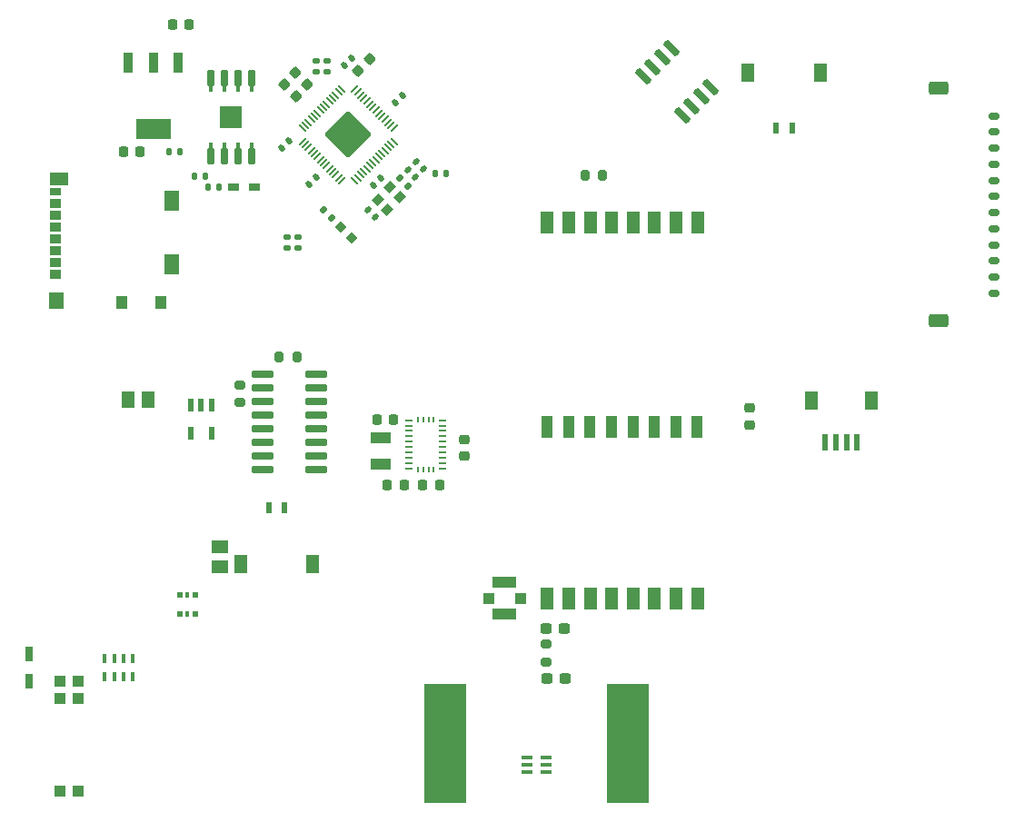
<source format=gbr>
%TF.GenerationSoftware,KiCad,Pcbnew,(6.0.7)*%
%TF.CreationDate,2023-03-27T22:24:21-07:00*%
%TF.ProjectId,FC_Board_v1,46435f42-6f61-4726-945f-76312e6b6963,rev?*%
%TF.SameCoordinates,Original*%
%TF.FileFunction,Paste,Top*%
%TF.FilePolarity,Positive*%
%FSLAX46Y46*%
G04 Gerber Fmt 4.6, Leading zero omitted, Abs format (unit mm)*
G04 Created by KiCad (PCBNEW (6.0.7)) date 2023-03-27 22:24:21*
%MOMM*%
%LPD*%
G01*
G04 APERTURE LIST*
G04 Aperture macros list*
%AMRoundRect*
0 Rectangle with rounded corners*
0 $1 Rounding radius*
0 $2 $3 $4 $5 $6 $7 $8 $9 X,Y pos of 4 corners*
0 Add a 4 corners polygon primitive as box body*
4,1,4,$2,$3,$4,$5,$6,$7,$8,$9,$2,$3,0*
0 Add four circle primitives for the rounded corners*
1,1,$1+$1,$2,$3*
1,1,$1+$1,$4,$5*
1,1,$1+$1,$6,$7*
1,1,$1+$1,$8,$9*
0 Add four rect primitives between the rounded corners*
20,1,$1+$1,$2,$3,$4,$5,0*
20,1,$1+$1,$4,$5,$6,$7,0*
20,1,$1+$1,$6,$7,$8,$9,0*
20,1,$1+$1,$8,$9,$2,$3,0*%
%AMRotRect*
0 Rectangle, with rotation*
0 The origin of the aperture is its center*
0 $1 length*
0 $2 width*
0 $3 Rotation angle, in degrees counterclockwise*
0 Add horizontal line*
21,1,$1,$2,0,0,$3*%
G04 Aperture macros list end*
%ADD10RoundRect,0.135000X0.226274X0.035355X0.035355X0.226274X-0.226274X-0.035355X-0.035355X-0.226274X0*%
%ADD11R,0.500000X0.500000*%
%ADD12R,0.400000X0.500000*%
%ADD13R,1.900000X1.100000*%
%ADD14RoundRect,0.135000X-0.185000X0.135000X-0.185000X-0.135000X0.185000X-0.135000X0.185000X0.135000X0*%
%ADD15R,1.100000X0.850000*%
%ADD16R,1.100000X0.750000*%
%ADD17R,1.800000X1.170000*%
%ADD18R,1.350000X1.900000*%
%ADD19R,1.000000X1.200000*%
%ADD20R,1.350000X1.550000*%
%ADD21RoundRect,0.135000X0.185000X-0.135000X0.185000X0.135000X-0.185000X0.135000X-0.185000X-0.135000X0*%
%ADD22RotRect,0.800000X0.800000X225.000000*%
%ADD23RoundRect,0.200000X0.200000X0.275000X-0.200000X0.275000X-0.200000X-0.275000X0.200000X-0.275000X0*%
%ADD24RoundRect,0.140000X0.021213X-0.219203X0.219203X-0.021213X-0.021213X0.219203X-0.219203X0.021213X0*%
%ADD25R,1.200000X1.800000*%
%ADD26R,0.600000X1.550000*%
%ADD27RoundRect,0.135000X-0.226274X-0.035355X-0.035355X-0.226274X0.226274X0.035355X0.035355X0.226274X0*%
%ADD28RoundRect,0.225000X0.225000X0.250000X-0.225000X0.250000X-0.225000X-0.250000X0.225000X-0.250000X0*%
%ADD29RoundRect,0.150000X0.150000X-0.650000X0.150000X0.650000X-0.150000X0.650000X-0.150000X-0.650000X0*%
%ADD30RoundRect,0.225000X-0.250000X0.225000X-0.250000X-0.225000X0.250000X-0.225000X0.250000X0.225000X0*%
%ADD31R,0.675000X0.250000*%
%ADD32R,0.250000X0.575000*%
%ADD33R,1.300000X1.500000*%
%ADD34RoundRect,0.135000X-0.135000X-0.185000X0.135000X-0.185000X0.135000X0.185000X-0.135000X0.185000X0*%
%ADD35RoundRect,0.225000X0.017678X-0.335876X0.335876X-0.017678X-0.017678X0.335876X-0.335876X0.017678X0*%
%ADD36R,0.550000X1.200000*%
%ADD37RoundRect,0.225000X0.335876X0.017678X0.017678X0.335876X-0.335876X-0.017678X-0.017678X-0.335876X0*%
%ADD38R,4.000000X11.000000*%
%ADD39R,4.000000X1.000000*%
%ADD40RoundRect,0.200000X0.275000X-0.200000X0.275000X0.200000X-0.275000X0.200000X-0.275000X-0.200000X0*%
%ADD41RoundRect,0.200000X-0.275000X0.200000X-0.275000X-0.200000X0.275000X-0.200000X0.275000X0.200000X0*%
%ADD42R,1.300000X2.000000*%
%ADD43R,1.100000X1.000000*%
%ADD44R,1.000000X1.000000*%
%ADD45R,2.200000X1.050000*%
%ADD46R,0.600000X1.000000*%
%ADD47R,1.250000X1.800000*%
%ADD48RoundRect,0.237500X-0.300000X-0.237500X0.300000X-0.237500X0.300000X0.237500X-0.300000X0.237500X0*%
%ADD49R,1.000000X2.000000*%
%ADD50R,0.450000X1.050000*%
%ADD51R,2.100000X2.100000*%
%ADD52RoundRect,0.042000X-0.943000X-0.258000X0.943000X-0.258000X0.943000X0.258000X-0.943000X0.258000X0*%
%ADD53RoundRect,0.225000X-0.225000X-0.250000X0.225000X-0.250000X0.225000X0.250000X-0.225000X0.250000X0*%
%ADD54RoundRect,0.135000X0.135000X0.185000X-0.135000X0.185000X-0.135000X-0.185000X0.135000X-0.185000X0*%
%ADD55R,1.000000X0.800000*%
%ADD56RoundRect,0.140000X0.219203X0.021213X0.021213X0.219203X-0.219203X-0.021213X-0.021213X-0.219203X0*%
%ADD57RoundRect,0.140000X-0.021213X0.219203X-0.219203X0.021213X0.021213X-0.219203X0.219203X-0.021213X0*%
%ADD58R,1.500000X1.300000*%
%ADD59R,0.450000X0.900000*%
%ADD60RoundRect,0.150000X0.618718X-0.406586X-0.406586X0.618718X-0.618718X0.406586X0.406586X-0.618718X0*%
%ADD61R,0.800000X1.350000*%
%ADD62RoundRect,0.200000X-0.200000X-0.275000X0.200000X-0.275000X0.200000X0.275000X-0.200000X0.275000X0*%
%ADD63RoundRect,0.140000X-0.219203X-0.021213X-0.021213X-0.219203X0.219203X0.021213X0.021213X0.219203X0*%
%ADD64RotRect,0.900000X0.750000X45.000000*%
%ADD65RoundRect,0.150000X-0.350000X0.150000X-0.350000X-0.150000X0.350000X-0.150000X0.350000X0.150000X0*%
%ADD66RoundRect,0.250000X-0.650000X0.375000X-0.650000X-0.375000X0.650000X-0.375000X0.650000X0.375000X0*%
%ADD67R,1.000000X0.350000*%
%ADD68R,0.900000X1.850000*%
%ADD69R,3.200000X1.850000*%
%ADD70RotRect,0.875000X0.200000X225.000000*%
%ADD71RotRect,0.875000X0.200000X315.000000*%
%ADD72RotRect,0.875000X0.200000X45.000000*%
%ADD73RotRect,0.875000X0.200000X135.000000*%
%ADD74RoundRect,0.160000X0.000000X-2.036468X2.036468X0.000000X0.000000X2.036468X-2.036468X0.000000X0*%
G04 APERTURE END LIST*
D10*
%TO.C,R3*%
X154348878Y-83310398D03*
X153627630Y-82589150D03*
%TD*%
D11*
%TO.C,Q1*%
X133095800Y-123219400D03*
D12*
X133845800Y-123219400D03*
D11*
X134595800Y-123219400D03*
X134595800Y-121419400D03*
D12*
X133845800Y-121419400D03*
D11*
X133095800Y-121419400D03*
%TD*%
D13*
%TO.C,X2*%
X151845800Y-109219400D03*
X151845800Y-106819400D03*
%TD*%
D14*
%TO.C,R6*%
X146822010Y-71681428D03*
X146822010Y-72701428D03*
%TD*%
D15*
%TO.C,J44*%
X121529980Y-91524400D03*
X121529980Y-90424400D03*
X121529980Y-89324400D03*
X121529980Y-88224400D03*
X121529980Y-87124400D03*
X121529980Y-86024400D03*
X121529980Y-84924400D03*
D16*
X121529980Y-83874400D03*
D17*
X121879980Y-82664400D03*
D18*
X132354980Y-84689400D03*
X132354980Y-90659400D03*
D19*
X131379980Y-94159400D03*
X127679980Y-94159400D03*
D20*
X121654980Y-93984400D03*
%TD*%
D21*
%TO.C,R11*%
X144145800Y-89129400D03*
X144145800Y-88109400D03*
%TD*%
D22*
%TO.C,D2*%
X148110470Y-87150470D03*
X149171130Y-88211130D03*
%TD*%
D23*
%TO.C,R19*%
X144045800Y-99294400D03*
X142395800Y-99294400D03*
%TD*%
D24*
%TO.C,C7*%
X153233913Y-75585961D03*
X153912735Y-74907139D03*
%TD*%
D25*
%TO.C,J10*%
X191945800Y-103369400D03*
X197545800Y-103369400D03*
D26*
X193245800Y-107244400D03*
X194245800Y-107244400D03*
X196245800Y-107244400D03*
X195245800Y-107244400D03*
%TD*%
D27*
%TO.C,R9*%
X146527576Y-85592976D03*
X147248824Y-86314224D03*
%TD*%
D28*
%TO.C,C19*%
X129420800Y-80119400D03*
X127870800Y-80119400D03*
%TD*%
D24*
%TO.C,C1*%
X151134370Y-83289189D03*
X151813192Y-82610367D03*
%TD*%
D29*
%TO.C,U2*%
X135988628Y-80516413D03*
X137258628Y-80516413D03*
X138528628Y-80516413D03*
X139798628Y-80516413D03*
X139798628Y-73316413D03*
X138528628Y-73316413D03*
X137258628Y-73316413D03*
X135988628Y-73316413D03*
%TD*%
D30*
%TO.C,C21*%
X159645800Y-106969400D03*
X159645800Y-108519400D03*
%TD*%
D31*
%TO.C,U8*%
X154483300Y-109669400D03*
D32*
X155295800Y-109731900D03*
X155795800Y-109731900D03*
X156295800Y-109731900D03*
X156795800Y-109731900D03*
D31*
X157608300Y-109669400D03*
X157608300Y-109169400D03*
X157608300Y-108669400D03*
X157608300Y-108169400D03*
X157608300Y-107669400D03*
X157608300Y-107169400D03*
X157608300Y-106669400D03*
X157608300Y-106169400D03*
X157608300Y-105669400D03*
X157608300Y-105169400D03*
D32*
X156795800Y-105106900D03*
X156295800Y-105106900D03*
X155795800Y-105106900D03*
X155295800Y-105106900D03*
D31*
X154483300Y-105169400D03*
X154483300Y-105669400D03*
X154483300Y-106169400D03*
X154483300Y-106669400D03*
X154483300Y-107169400D03*
X154483300Y-107669400D03*
X154483300Y-108169400D03*
X154483300Y-108669400D03*
X154483300Y-109169400D03*
%TD*%
D33*
%TO.C,C15*%
X130195800Y-103219400D03*
X128295800Y-103219400D03*
%TD*%
D28*
%TO.C,C20*%
X157320800Y-111219400D03*
X155770800Y-111219400D03*
%TD*%
D34*
%TO.C,R7*%
X134527996Y-82411963D03*
X135547996Y-82411963D03*
%TD*%
D35*
%TO.C,C6*%
X149740378Y-72613713D03*
X150836394Y-71517697D03*
%TD*%
D30*
%TO.C,C12*%
X186220800Y-104044400D03*
X186220800Y-105594400D03*
%TD*%
D36*
%TO.C,U6*%
X136070800Y-103744300D03*
X135120800Y-103744300D03*
X134170800Y-103744300D03*
X134170800Y-106344500D03*
X136070800Y-106344500D03*
%TD*%
D37*
%TO.C,C8*%
X145017188Y-73906870D03*
X143921172Y-72810854D03*
%TD*%
D38*
%TO.C,AE1*%
X157830000Y-135214600D03*
D39*
X157830000Y-140294600D03*
D38*
X174910000Y-135214600D03*
D39*
X174910000Y-140294600D03*
%TD*%
D40*
%TO.C,R16*%
X138745800Y-103544400D03*
X138745800Y-101894400D03*
%TD*%
D41*
%TO.C,L1*%
X167259000Y-126048000D03*
X167259000Y-127698000D03*
%TD*%
D42*
%TO.C,U3*%
X167372599Y-121765399D03*
X169372599Y-121765399D03*
X171372599Y-121765399D03*
X173372599Y-121765399D03*
X175372599Y-121765399D03*
X177372599Y-121765399D03*
X179372599Y-121765399D03*
X181372599Y-121765399D03*
X181372599Y-86765399D03*
X179372599Y-86765399D03*
X177372599Y-86765399D03*
X175372599Y-86765399D03*
X173372599Y-86765399D03*
X171372599Y-86765399D03*
X169372599Y-86765399D03*
X167372599Y-86765399D03*
%TD*%
D43*
%TO.C,R13*%
X121995800Y-129519400D03*
X123695800Y-129519400D03*
%TD*%
D44*
%TO.C,U.Fl*%
X164898200Y-121767600D03*
D45*
X163398200Y-120292600D03*
X163398200Y-123242600D03*
D44*
X161898200Y-121767600D03*
%TD*%
D46*
%TO.C,J7*%
X190195800Y-77959400D03*
X188695800Y-77959400D03*
D47*
X192800800Y-72769400D03*
X186090800Y-72769400D03*
%TD*%
D48*
%TO.C,C13*%
X167260100Y-124587000D03*
X168985100Y-124587000D03*
%TD*%
D14*
%TO.C,R5*%
X145816222Y-71681428D03*
X145816222Y-72701428D03*
%TD*%
D43*
%TO.C,R15*%
X121995800Y-131119400D03*
X123695800Y-131119400D03*
%TD*%
D49*
%TO.C,U4*%
X181345600Y-105817400D03*
X179345600Y-105817400D03*
X177345600Y-105817400D03*
X175345600Y-105817400D03*
X173345600Y-105817400D03*
X171345600Y-105817400D03*
X169345600Y-105817400D03*
X167345600Y-105817400D03*
X167345600Y-121817400D03*
X169345600Y-121817400D03*
X171345600Y-121817400D03*
X173345600Y-121817400D03*
X175345600Y-121817400D03*
X177345600Y-121817400D03*
X179345600Y-121817400D03*
X181345600Y-121817400D03*
%TD*%
D50*
%TO.C,U20*%
X135988628Y-79766413D03*
X137258628Y-79766413D03*
X138528628Y-79766413D03*
X139798628Y-79766413D03*
X139798628Y-74066413D03*
X138528628Y-74066413D03*
X137258628Y-74066413D03*
X135988628Y-74066413D03*
D51*
X137893628Y-76916413D03*
%TD*%
D52*
%TO.C,U7*%
X140875800Y-100874400D03*
X140875800Y-102144400D03*
X140875800Y-103414400D03*
X140875800Y-104684400D03*
X140875800Y-105954400D03*
X140875800Y-107224400D03*
X140875800Y-108494400D03*
X140875800Y-109764400D03*
X145825800Y-109764400D03*
X145825800Y-108494400D03*
X145825800Y-107224400D03*
X145825800Y-105954400D03*
X145825800Y-104684400D03*
X145825800Y-103414400D03*
X145825800Y-102144400D03*
X145825800Y-100874400D03*
%TD*%
D53*
%TO.C,C16*%
X132470800Y-68319400D03*
X134020800Y-68319400D03*
%TD*%
%TO.C,C23*%
X151470800Y-105119400D03*
X153020800Y-105119400D03*
%TD*%
%TO.C,C22*%
X152470800Y-111219400D03*
X154020800Y-111219400D03*
%TD*%
D54*
%TO.C,R10*%
X133155800Y-80119400D03*
X132135800Y-80119400D03*
%TD*%
D55*
%TO.C,D1*%
X138101996Y-83427963D03*
X140101996Y-83427963D03*
%TD*%
D56*
%TO.C,C4*%
X155787411Y-81746411D03*
X155108589Y-81067589D03*
%TD*%
D21*
%TO.C,R12*%
X143145800Y-89129400D03*
X143145800Y-88109400D03*
%TD*%
D37*
%TO.C,C3*%
X143939559Y-74984500D03*
X142843543Y-73888484D03*
%TD*%
D57*
%TO.C,C10*%
X145830611Y-82515389D03*
X145151789Y-83194211D03*
%TD*%
D58*
%TO.C,C17*%
X136845800Y-118869400D03*
X136845800Y-116969400D03*
%TD*%
D59*
%TO.C,R14*%
X128745800Y-127369400D03*
X127845800Y-127369400D03*
X127045800Y-127369400D03*
X126145800Y-127369400D03*
X126145800Y-129069400D03*
X127045800Y-129069400D03*
X127845800Y-129069400D03*
X128745800Y-129069400D03*
%TD*%
D60*
%TO.C,U1*%
X179919562Y-76787238D03*
X180817587Y-75889213D03*
X181715613Y-74991187D03*
X182613638Y-74093162D03*
X178972038Y-70451562D03*
X178074013Y-71349587D03*
X177175987Y-72247613D03*
X176277962Y-73145638D03*
%TD*%
D61*
%TO.C,D3*%
X119045800Y-129489400D03*
X119045800Y-126949400D03*
%TD*%
D54*
%TO.C,R1*%
X157964600Y-82143600D03*
X156944600Y-82143600D03*
%TD*%
D48*
%TO.C,C14*%
X167310900Y-129209800D03*
X169035900Y-129209800D03*
%TD*%
D62*
%TO.C,R8*%
X170879000Y-82296000D03*
X172529000Y-82296000D03*
%TD*%
D63*
%TO.C,C11*%
X154346589Y-81829589D03*
X155025411Y-82508411D03*
%TD*%
D64*
%TO.C,Y1*%
X152445914Y-85519681D03*
X153612640Y-84352955D03*
X152728756Y-83469071D03*
X151562030Y-84635797D03*
%TD*%
D34*
%TO.C,R4*%
X135797996Y-83427963D03*
X136817996Y-83427963D03*
%TD*%
D65*
%TO.C,J1*%
X209035800Y-76814400D03*
X209035800Y-78314400D03*
X209035800Y-79814400D03*
X209035800Y-81314400D03*
X209035800Y-82814400D03*
X209035800Y-84314400D03*
X209035800Y-85814400D03*
X209035800Y-87314400D03*
X209035800Y-88814400D03*
X209035800Y-90314400D03*
X209035800Y-91814400D03*
X209035800Y-93314400D03*
D66*
X203845800Y-74209400D03*
X203845800Y-95919400D03*
%TD*%
D63*
%TO.C,C2*%
X150667398Y-85519966D03*
X151346220Y-86198788D03*
%TD*%
D57*
%TO.C,C5*%
X149119118Y-71438927D03*
X148440296Y-72117749D03*
%TD*%
D67*
%TO.C,UX*%
X165450200Y-136622000D03*
X165450200Y-137272000D03*
X165450200Y-137922000D03*
X167250200Y-137922000D03*
X167250200Y-137272000D03*
X167250200Y-136622000D03*
%TD*%
D57*
%TO.C,C9*%
X143316011Y-79086389D03*
X142637189Y-79765211D03*
%TD*%
D68*
%TO.C,IC2*%
X132945800Y-71819400D03*
X130645800Y-71819400D03*
X128345800Y-71819400D03*
D69*
X130645800Y-78019400D03*
%TD*%
D70*
%TO.C,IC1*%
X144537632Y-79168454D03*
X144820475Y-79451296D03*
X145103317Y-79734139D03*
X145386160Y-80016982D03*
X145669003Y-80299825D03*
X145951846Y-80582667D03*
X146234688Y-80865510D03*
X146517531Y-81148353D03*
X146800374Y-81431195D03*
X147083216Y-81714038D03*
X147366059Y-81996881D03*
X147648902Y-82279724D03*
X147931745Y-82562566D03*
X148214587Y-82845409D03*
D71*
X149416669Y-82845409D03*
X149699511Y-82562566D03*
X149982354Y-82279724D03*
X150265197Y-81996881D03*
X150548040Y-81714038D03*
X150830882Y-81431195D03*
X151113725Y-81148353D03*
X151396568Y-80865510D03*
X151679410Y-80582667D03*
X151962253Y-80299825D03*
X152245096Y-80016982D03*
X152527939Y-79734139D03*
X152810781Y-79451296D03*
X153093624Y-79168454D03*
D72*
X153093624Y-77966372D03*
X152810781Y-77683530D03*
X152527939Y-77400687D03*
X152245096Y-77117844D03*
X151962253Y-76835001D03*
X151679410Y-76552159D03*
X151396568Y-76269316D03*
X151113725Y-75986473D03*
X150830882Y-75703631D03*
X150548040Y-75420788D03*
X150265197Y-75137945D03*
X149982354Y-74855102D03*
X149699511Y-74572260D03*
X149416669Y-74289417D03*
D73*
X148214587Y-74289417D03*
X147931745Y-74572260D03*
X147648902Y-74855102D03*
X147366059Y-75137945D03*
X147083216Y-75420788D03*
X146800374Y-75703631D03*
X146517531Y-75986473D03*
X146234688Y-76269316D03*
X145951846Y-76552159D03*
X145669003Y-76835001D03*
X145386160Y-77117844D03*
X145103317Y-77400687D03*
X144820475Y-77683530D03*
X144537632Y-77966372D03*
D74*
X148815628Y-78567413D03*
%TD*%
D43*
%TO.C,C18*%
X121995800Y-139719400D03*
X123695800Y-139719400D03*
%TD*%
D46*
%TO.C,J8*%
X141405900Y-113356000D03*
X142905900Y-113356000D03*
D47*
X138800900Y-118546000D03*
X145510900Y-118546000D03*
%TD*%
M02*

</source>
